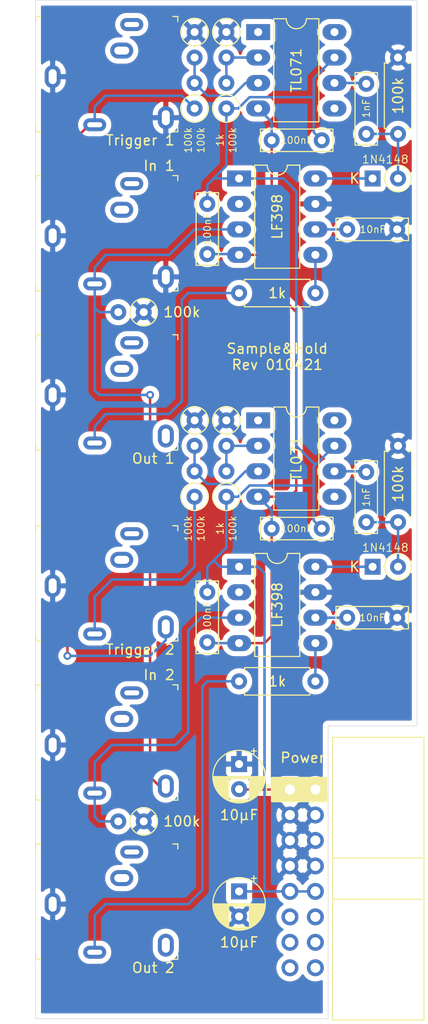
<source format=kicad_pcb>
(kicad_pcb (version 20171130) (host pcbnew "(5.1.10)-1")
  (layers (0 F.Cu signal) (31 B.Cu signal) (34 B.Paste user) (35 F.Paste user) (36 B.SilkS user) (37 F.SilkS user) (38 B.Mask user) (39 F.Mask user) (44 Edge.Cuts user))
  (net 0 "")
  (net 1 "Net-(C1-Pad2)")
  (net 2 "Net-(C1-Pad1)")
  (net 3 "Net-(C2-Pad2)")
  (net 4 "Net-(C2-Pad1)")
  (net 5 -12V)
  (net 6 +12V)
  (net 7 GND)
  (net 8 "Net-(C6-Pad1)")
  (net 9 "Net-(C7-Pad1)")
  (net 10 "Net-(D1-Pad1)")
  (net 11 "Net-(D2-Pad1)")
  (net 12 "Net-(J1-PadT)")
  (net 13 "Net-(J2-PadT)")
  (net 14 "Net-(J6-PadT)")
  (net 15 "Net-(J7-PadT)")
  (net 16 "Net-(R3-Pad2)")
  (net 17 "Net-(R4-Pad2)")
  (net 18 "Net-(R10-Pad2)")
  (net 19 "Net-(R13-Pad2)")
  (net 20 "Net-(R14-Pad2)")
  (net 21 "Net-(R7-Pad2)")
  (net 22 "Net-(J1-PadTN)")
  (net 23 "Net-(J2-PadTN)")
  (module Connector_Audio_PJSeries:PJ-324M-3 (layer F.Cu) (at 0 39.37)
    (fp_text reference J7 hide)
    (fp_text value "Out 1" (at 13.97 6.35) (layer F.SilkS) (effects (justify right)))
    (pad T thru_hole oval (at 5.9 4.8 90) (size 1.3 2.3) (drill oval 0.5 1.5) (layers *.Cu *.Mask) (net 15 "Net-(J7-PadT)"))
    (pad "" thru_hole oval (at 9.6 -5.2 90) (size 1.3 2.3) (drill oval 0.5 1.5) (layers *.Cu *.Mask))
    (pad "" thru_hole oval (at 8.6 -2.6 90) (size 1.6 2.3) (drill oval 0.8 1.5) (layers *.Cu *.Mask))
    (pad TN thru_hole oval (at 13 4.1) (size 1.6 2.3) (drill oval 0.8 1.5) (layers *.Cu *.Mask))
    (pad S thru_hole oval (at 1.7 0) (size 1.6 2.3) (drill oval 0.8 1.5) (layers *.Cu *.Mask) (net 7 GND))
  )
  (module Connector_Audio_PJSeries:PJ-324M-3 (layer F.Cu) (at 0 90.17)
    (fp_text reference J6 hide)
    (fp_text value "Out 2" (at 13.97 6.35) (layer F.SilkS) (effects (justify right)))
    (pad T thru_hole oval (at 5.9 4.8 90) (size 1.3 2.3) (drill oval 0.5 1.5) (layers *.Cu *.Mask) (net 14 "Net-(J6-PadT)"))
    (pad "" thru_hole oval (at 9.6 -5.2 90) (size 1.3 2.3) (drill oval 0.5 1.5) (layers *.Cu *.Mask))
    (pad "" thru_hole oval (at 8.6 -2.6 90) (size 1.6 2.3) (drill oval 0.8 1.5) (layers *.Cu *.Mask))
    (pad TN thru_hole oval (at 13 4.1) (size 1.6 2.3) (drill oval 0.8 1.5) (layers *.Cu *.Mask))
    (pad S thru_hole oval (at 1.7 0) (size 1.6 2.3) (drill oval 0.8 1.5) (layers *.Cu *.Mask) (net 7 GND))
  )
  (module Connector_Audio_PJSeries:PJ-324M-3 (layer F.Cu) (at 0 23.495)
    (fp_text reference J4 hide)
    (fp_text value "In 1" (at 13.97 -6.985) (layer F.SilkS) (effects (justify right)))
    (pad T thru_hole oval (at 5.9 4.8 90) (size 1.3 2.3) (drill oval 0.5 1.5) (layers *.Cu *.Mask) (net 23 "Net-(J2-PadTN)"))
    (pad "" thru_hole oval (at 9.6 -5.2 90) (size 1.3 2.3) (drill oval 0.5 1.5) (layers *.Cu *.Mask))
    (pad "" thru_hole oval (at 8.6 -2.6 90) (size 1.6 2.3) (drill oval 0.8 1.5) (layers *.Cu *.Mask))
    (pad TN thru_hole oval (at 13 4.1) (size 1.6 2.3) (drill oval 0.8 1.5) (layers *.Cu *.Mask) (net 7 GND))
    (pad S thru_hole oval (at 1.7 0) (size 1.6 2.3) (drill oval 0.8 1.5) (layers *.Cu *.Mask) (net 7 GND))
  )
  (module Connector_Audio_PJSeries:PJ-324M-3 (layer F.Cu) (at 0 7.62)
    (fp_text reference J3 hide)
    (fp_text value "Trigger 1" (at 13.97 6.35) (layer F.SilkS) (effects (justify right)))
    (pad T thru_hole oval (at 5.9 4.8 90) (size 1.3 2.3) (drill oval 0.5 1.5) (layers *.Cu *.Mask) (net 22 "Net-(J1-PadTN)"))
    (pad "" thru_hole oval (at 9.6 -5.2 90) (size 1.3 2.3) (drill oval 0.5 1.5) (layers *.Cu *.Mask))
    (pad "" thru_hole oval (at 8.6 -2.6 90) (size 1.6 2.3) (drill oval 0.8 1.5) (layers *.Cu *.Mask))
    (pad TN thru_hole oval (at 13 4.1) (size 1.6 2.3) (drill oval 0.8 1.5) (layers *.Cu *.Mask) (net 7 GND))
    (pad S thru_hole oval (at 1.7 0) (size 1.6 2.3) (drill oval 0.8 1.5) (layers *.Cu *.Mask) (net 7 GND))
  )
  (module Connector_Audio_PJSeries:PJ-324M-3 (layer F.Cu) (at 0 74.295)
    (fp_text reference J2 hide)
    (fp_text value "In 2" (at 13.97 -6.985) (layer F.SilkS) (effects (justify right)))
    (pad T thru_hole oval (at 5.9 4.8 90) (size 1.3 2.3) (drill oval 0.5 1.5) (layers *.Cu *.Mask) (net 13 "Net-(J2-PadT)"))
    (pad "" thru_hole oval (at 9.6 -5.2 90) (size 1.3 2.3) (drill oval 0.5 1.5) (layers *.Cu *.Mask))
    (pad "" thru_hole oval (at 8.6 -2.6 90) (size 1.6 2.3) (drill oval 0.8 1.5) (layers *.Cu *.Mask))
    (pad TN thru_hole oval (at 13 4.1) (size 1.6 2.3) (drill oval 0.8 1.5) (layers *.Cu *.Mask) (net 23 "Net-(J2-PadTN)"))
    (pad S thru_hole oval (at 1.7 0) (size 1.6 2.3) (drill oval 0.8 1.5) (layers *.Cu *.Mask) (net 7 GND))
  )
  (module Connector_Audio_PJSeries:PJ-324M-3 (layer F.Cu) (at 0 58.42)
    (fp_text reference J1 hide)
    (fp_text value "Trigger 2" (at 13.97 6.35) (layer F.SilkS) (effects (justify right)))
    (pad T thru_hole oval (at 5.9 4.8 90) (size 1.3 2.3) (drill oval 0.5 1.5) (layers *.Cu *.Mask) (net 12 "Net-(J1-PadT)"))
    (pad "" thru_hole oval (at 9.6 -5.2 90) (size 1.3 2.3) (drill oval 0.5 1.5) (layers *.Cu *.Mask))
    (pad "" thru_hole oval (at 8.6 -2.6 90) (size 1.6 2.3) (drill oval 0.8 1.5) (layers *.Cu *.Mask))
    (pad TN thru_hole oval (at 13 4.1) (size 1.6 2.3) (drill oval 0.8 1.5) (layers *.Cu *.Mask) (net 22 "Net-(J1-PadTN)"))
    (pad S thru_hole oval (at 1.7 0) (size 1.6 2.3) (drill oval 0.8 1.5) (layers *.Cu *.Mask) (net 7 GND))
  )
  (module Resistor_THT:R_Axial_DIN0207_L6.3mm_D2.5mm_P2.54mm_Vertical (layer F.Cu) (at 10.795 81.915 180)
    (fp_text reference R1 hide)
    (fp_text value 100k (at -3.81 0) (layer F.SilkS))
    (pad 2 thru_hole oval (at 2.54 0 180) (size 1.6 1.6) (drill 0.8) (layers *.Cu *.Mask) (net 13 "Net-(J2-PadT)"))
    (pad 1 thru_hole circle (at 0 0 180) (size 1.6 1.6) (drill 0.8) (layers *.Cu *.Mask) (net 7 GND))
  )
  (module Diode_THT:D_DO-35_SOD27_P2.54mm_Vertical_KathodeUp (layer F.Cu) (at 33.655 56.515)
    (fp_text reference D1 hide)
    (fp_text value 1N4148 (at 1.27 -1.905) (layer F.SilkS) (effects (font (size 0.8 0.8) (thickness 0.1))))
    (fp_text user K (at -1.8 0) (layer F.SilkS))
    (pad 2 thru_hole oval (at 2.54 0) (size 1.6 1.6) (drill 0.8) (layers *.Cu *.Mask) (net 2 "Net-(C1-Pad1)"))
    (pad 1 thru_hole rect (at 0 0) (size 1.6 1.6) (drill 0.8) (layers *.Cu *.Mask) (net 10 "Net-(D1-Pad1)"))
  )
  (module Resistor_THT:R_Axial_DIN0207_L6.3mm_D2.5mm_P2.54mm_Vertical (layer F.Cu) (at 19.05 41.91 270)
    (fp_text reference R8 hide)
    (fp_text value 1k (at 10.795 0.635 90) (layer F.SilkS) (effects (font (size 0.7 0.7) (thickness 0.1))))
    (pad 2 thru_hole oval (at 2.54 0 270) (size 1.6 1.6) (drill 0.8) (layers *.Cu *.Mask) (net 21 "Net-(R7-Pad2)"))
    (pad 1 thru_hole circle (at 0 0 270) (size 1.6 1.6) (drill 0.8) (layers *.Cu *.Mask) (net 7 GND))
  )
  (module Resistor_THT:R_Axial_DIN0207_L6.3mm_D2.5mm_P2.54mm_Vertical (layer F.Cu) (at 19.05 49.53 90)
    (fp_text reference R7 hide)
    (fp_text value 100k (at -3.175 0.635 90) (layer F.SilkS) (effects (font (size 0.7 0.7) (thickness 0.1))))
    (pad 2 thru_hole oval (at 2.54 0 90) (size 1.6 1.6) (drill 0.8) (layers *.Cu *.Mask) (net 21 "Net-(R7-Pad2)"))
    (pad 1 thru_hole circle (at 0 0 90) (size 1.6 1.6) (drill 0.8) (layers *.Cu *.Mask) (net 6 +12V))
  )
  (module Resistor_THT:R_Axial_DIN0207_L6.3mm_D2.5mm_P2.54mm_Vertical (layer F.Cu) (at 15.875 41.91 270)
    (fp_text reference R5 hide)
    (fp_text value 100k (at 10.795 0.635 90) (layer F.SilkS) (effects (font (size 0.7 0.7) (thickness 0.1))))
    (pad 2 thru_hole oval (at 2.54 0 270) (size 1.6 1.6) (drill 0.8) (layers *.Cu *.Mask) (net 16 "Net-(R3-Pad2)"))
    (pad 1 thru_hole circle (at 0 0 270) (size 1.6 1.6) (drill 0.8) (layers *.Cu *.Mask) (net 7 GND))
  )
  (module Resistor_THT:R_Axial_DIN0207_L6.3mm_D2.5mm_P2.54mm_Vertical (layer F.Cu) (at 15.875 49.53 90)
    (fp_text reference R3 hide)
    (fp_text value 100k (at -3.175 0.635 90) (layer F.SilkS) (effects (font (size 0.7 0.7) (thickness 0.1))))
    (pad 2 thru_hole oval (at 2.54 0 90) (size 1.6 1.6) (drill 0.8) (layers *.Cu *.Mask) (net 16 "Net-(R3-Pad2)"))
    (pad 1 thru_hole circle (at 0 0 90) (size 1.6 1.6) (drill 0.8) (layers *.Cu *.Mask) (net 12 "Net-(J1-PadT)"))
  )
  (module Diode_THT:D_DO-35_SOD27_P2.54mm_Vertical_KathodeUp (layer F.Cu) (at 33.655 17.78)
    (fp_text reference D2 hide)
    (fp_text value 1N4148 (at 1.27 -1.905) (layer F.SilkS) (effects (font (size 0.8 0.8) (thickness 0.1))))
    (fp_text user K (at -1.8 0) (layer F.SilkS))
    (pad 2 thru_hole oval (at 2.54 0) (size 1.6 1.6) (drill 0.8) (layers *.Cu *.Mask) (net 4 "Net-(C2-Pad1)"))
    (pad 1 thru_hole rect (at 0 0) (size 1.6 1.6) (drill 0.8) (layers *.Cu *.Mask) (net 11 "Net-(D2-Pad1)"))
  )
  (module Resistor_THT:R_Axial_DIN0207_L6.3mm_D2.5mm_P2.54mm_Vertical (layer F.Cu) (at 19.05 3.175 270)
    (fp_text reference R10 hide)
    (fp_text value 1k (at 10.795 0.635 90) (layer F.SilkS) (effects (font (size 0.7 0.7) (thickness 0.1))))
    (pad 2 thru_hole oval (at 2.54 0 270) (size 1.6 1.6) (drill 0.8) (layers *.Cu *.Mask) (net 18 "Net-(R10-Pad2)"))
    (pad 1 thru_hole circle (at 0 0 270) (size 1.6 1.6) (drill 0.8) (layers *.Cu *.Mask) (net 7 GND))
  )
  (module Resistor_THT:R_Axial_DIN0207_L6.3mm_D2.5mm_P2.54mm_Vertical (layer F.Cu) (at 19.05 10.795 90)
    (fp_text reference R9 hide)
    (fp_text value 100k (at -3.175 0.635 90) (layer F.SilkS) (effects (font (size 0.7 0.7) (thickness 0.1))))
    (pad 2 thru_hole oval (at 2.54 0 90) (size 1.6 1.6) (drill 0.8) (layers *.Cu *.Mask) (net 18 "Net-(R10-Pad2)"))
    (pad 1 thru_hole circle (at 0 0 90) (size 1.6 1.6) (drill 0.8) (layers *.Cu *.Mask) (net 6 +12V))
  )
  (module Resistor_THT:R_Axial_DIN0207_L6.3mm_D2.5mm_P2.54mm_Vertical (layer F.Cu) (at 10.795 31.115 180)
    (fp_text reference R2 hide)
    (fp_text value 100k (at -3.81 0) (layer F.SilkS))
    (pad 2 thru_hole oval (at 2.54 0 180) (size 1.6 1.6) (drill 0.8) (layers *.Cu *.Mask) (net 23 "Net-(J2-PadTN)"))
    (pad 1 thru_hole circle (at 0 0 180) (size 1.6 1.6) (drill 0.8) (layers *.Cu *.Mask) (net 7 GND))
  )
  (module Resistor_THT:R_Axial_DIN0207_L6.3mm_D2.5mm_P2.54mm_Vertical (layer F.Cu) (at 15.875 3.175 270)
    (fp_text reference R6 hide)
    (fp_text value 100k (at 10.795 -0.635 90) (layer F.SilkS) (effects (font (size 0.7 0.7) (thickness 0.1))))
    (pad 2 thru_hole oval (at 2.54 0 270) (size 1.6 1.6) (drill 0.8) (layers *.Cu *.Mask) (net 17 "Net-(R4-Pad2)"))
    (pad 1 thru_hole circle (at 0 0 270) (size 1.6 1.6) (drill 0.8) (layers *.Cu *.Mask) (net 7 GND))
  )
  (module Resistor_THT:R_Axial_DIN0207_L6.3mm_D2.5mm_P2.54mm_Vertical (layer F.Cu) (at 15.875 10.795 90)
    (fp_text reference R4 hide)
    (fp_text value 100k (at -3.175 -0.635 90) (layer F.SilkS) (effects (font (size 0.7 0.7) (thickness 0.1))))
    (pad 2 thru_hole oval (at 2.54 0 90) (size 1.6 1.6) (drill 0.8) (layers *.Cu *.Mask) (net 17 "Net-(R4-Pad2)"))
    (pad 1 thru_hole circle (at 0 0 90) (size 1.6 1.6) (drill 0.8) (layers *.Cu *.Mask) (net 22 "Net-(J1-PadTN)"))
  )
  (module Package_DIP:DIP-8_W7.62mm_LongPads (layer F.Cu) (at 22.225 3.175)
    (fp_text reference U4 hide)
    (fp_text value TL071 (at 3.81 3.81 90) (layer F.SilkS))
    (pad 8 thru_hole oval (at 7.62 0) (size 2.4 1.6) (drill 0.8) (layers *.Cu *.Mask))
    (pad 4 thru_hole oval (at 0 7.62) (size 2.4 1.6) (drill 0.8) (layers *.Cu *.Mask) (net 5 -12V))
    (pad 7 thru_hole oval (at 7.62 2.54) (size 2.4 1.6) (drill 0.8) (layers *.Cu *.Mask) (net 6 +12V))
    (pad 3 thru_hole oval (at 0 5.08) (size 2.4 1.6) (drill 0.8) (layers *.Cu *.Mask) (net 17 "Net-(R4-Pad2)"))
    (pad 6 thru_hole oval (at 7.62 5.08) (size 2.4 1.6) (drill 0.8) (layers *.Cu *.Mask) (net 3 "Net-(C2-Pad2)"))
    (pad 2 thru_hole oval (at 0 2.54) (size 2.4 1.6) (drill 0.8) (layers *.Cu *.Mask) (net 18 "Net-(R10-Pad2)"))
    (pad 5 thru_hole oval (at 7.62 7.62) (size 2.4 1.6) (drill 0.8) (layers *.Cu *.Mask))
    (pad 1 thru_hole rect (at 0 0) (size 2.4 1.6) (drill 0.8) (layers *.Cu *.Mask))
  )
  (module Package_DIP:DIP-8_W7.62mm_LongPads (layer F.Cu) (at 22.225 41.91)
    (fp_text reference U1 hide)
    (fp_text value TL071 (at 3.81 3.81 90) (layer F.SilkS))
    (pad 8 thru_hole oval (at 7.62 0) (size 2.4 1.6) (drill 0.8) (layers *.Cu *.Mask))
    (pad 4 thru_hole oval (at 0 7.62) (size 2.4 1.6) (drill 0.8) (layers *.Cu *.Mask) (net 5 -12V))
    (pad 7 thru_hole oval (at 7.62 2.54) (size 2.4 1.6) (drill 0.8) (layers *.Cu *.Mask) (net 6 +12V))
    (pad 3 thru_hole oval (at 0 5.08) (size 2.4 1.6) (drill 0.8) (layers *.Cu *.Mask) (net 16 "Net-(R3-Pad2)"))
    (pad 6 thru_hole oval (at 7.62 5.08) (size 2.4 1.6) (drill 0.8) (layers *.Cu *.Mask) (net 1 "Net-(C1-Pad2)"))
    (pad 2 thru_hole oval (at 0 2.54) (size 2.4 1.6) (drill 0.8) (layers *.Cu *.Mask) (net 21 "Net-(R7-Pad2)"))
    (pad 5 thru_hole oval (at 7.62 7.62) (size 2.4 1.6) (drill 0.8) (layers *.Cu *.Mask))
    (pad 1 thru_hole rect (at 0 0) (size 2.4 1.6) (drill 0.8) (layers *.Cu *.Mask))
  )
  (module Capacitor_THT:C_Rect_L7.0mm_W2.0mm_P5.00mm (layer F.Cu) (at 17.145 20.32 270)
    (fp_text reference C10 hide)
    (fp_text value 100nF (at 2.5 0 90) (layer F.SilkS) (effects (font (size 0.7 0.7) (thickness 0.1))))
    (pad 2 thru_hole circle (at 5 0 270) (size 1.6 1.6) (drill 0.8) (layers *.Cu *.Mask) (net 5 -12V))
    (pad 1 thru_hole circle (at 0 0 270) (size 1.6 1.6) (drill 0.8) (layers *.Cu *.Mask) (net 6 +12V))
  )
  (module Capacitor_THT:C_Rect_L7.0mm_W2.0mm_P5.00mm (layer F.Cu) (at 28.575 13.97 180)
    (fp_text reference C9 hide)
    (fp_text value 100nF (at 2.54 0) (layer F.SilkS) (effects (font (size 0.7 0.7) (thickness 0.1))))
    (pad 2 thru_hole circle (at 5 0 180) (size 1.6 1.6) (drill 0.8) (layers *.Cu *.Mask) (net 5 -12V))
    (pad 1 thru_hole circle (at 0 0 180) (size 1.6 1.6) (drill 0.8) (layers *.Cu *.Mask) (net 6 +12V))
  )
  (module Capacitor_THT:C_Rect_L7.0mm_W2.0mm_P5.00mm (layer F.Cu) (at 17.145 59.055 270)
    (fp_text reference C8 hide)
    (fp_text value 100nF (at 2.54 0 90) (layer F.SilkS) (effects (font (size 0.7 0.7) (thickness 0.1))))
    (pad 2 thru_hole circle (at 5 0 270) (size 1.6 1.6) (drill 0.8) (layers *.Cu *.Mask) (net 5 -12V))
    (pad 1 thru_hole circle (at 0 0 270) (size 1.6 1.6) (drill 0.8) (layers *.Cu *.Mask) (net 6 +12V))
  )
  (module Package_DIP:DIP-8_W7.62mm_LongPads (layer F.Cu) (at 20.32 17.78)
    (fp_text reference U3 hide)
    (fp_text value LF398 (at 3.81 3.81 90) (layer F.SilkS))
    (pad 8 thru_hole oval (at 7.62 0) (size 2.4 1.6) (drill 0.8) (layers *.Cu *.Mask) (net 11 "Net-(D2-Pad1)"))
    (pad 4 thru_hole oval (at 0 7.62) (size 2.4 1.6) (drill 0.8) (layers *.Cu *.Mask) (net 5 -12V))
    (pad 7 thru_hole oval (at 7.62 2.54) (size 2.4 1.6) (drill 0.8) (layers *.Cu *.Mask) (net 7 GND))
    (pad 3 thru_hole oval (at 0 5.08) (size 2.4 1.6) (drill 0.8) (layers *.Cu *.Mask) (net 23 "Net-(J2-PadTN)"))
    (pad 6 thru_hole oval (at 7.62 5.08) (size 2.4 1.6) (drill 0.8) (layers *.Cu *.Mask) (net 9 "Net-(C7-Pad1)"))
    (pad 2 thru_hole oval (at 0 2.54) (size 2.4 1.6) (drill 0.8) (layers *.Cu *.Mask))
    (pad 5 thru_hole oval (at 7.62 7.62) (size 2.4 1.6) (drill 0.8) (layers *.Cu *.Mask) (net 20 "Net-(R14-Pad2)"))
    (pad 1 thru_hole rect (at 0 0) (size 2.4 1.6) (drill 0.8) (layers *.Cu *.Mask) (net 6 +12V))
  )
  (module Package_DIP:DIP-8_W7.62mm_LongPads (layer F.Cu) (at 20.32 56.515)
    (fp_text reference U2 hide)
    (fp_text value LF398 (at 3.81 3.81 90) (layer F.SilkS))
    (pad 8 thru_hole oval (at 7.62 0) (size 2.4 1.6) (drill 0.8) (layers *.Cu *.Mask) (net 10 "Net-(D1-Pad1)"))
    (pad 4 thru_hole oval (at 0 7.62) (size 2.4 1.6) (drill 0.8) (layers *.Cu *.Mask) (net 5 -12V))
    (pad 7 thru_hole oval (at 7.62 2.54) (size 2.4 1.6) (drill 0.8) (layers *.Cu *.Mask) (net 7 GND))
    (pad 3 thru_hole oval (at 0 5.08) (size 2.4 1.6) (drill 0.8) (layers *.Cu *.Mask) (net 13 "Net-(J2-PadT)"))
    (pad 6 thru_hole oval (at 7.62 5.08) (size 2.4 1.6) (drill 0.8) (layers *.Cu *.Mask) (net 8 "Net-(C6-Pad1)"))
    (pad 2 thru_hole oval (at 0 2.54) (size 2.4 1.6) (drill 0.8) (layers *.Cu *.Mask))
    (pad 5 thru_hole oval (at 7.62 7.62) (size 2.4 1.6) (drill 0.8) (layers *.Cu *.Mask) (net 19 "Net-(R13-Pad2)"))
    (pad 1 thru_hole rect (at 0 0) (size 2.4 1.6) (drill 0.8) (layers *.Cu *.Mask) (net 6 +12V))
  )
  (module Resistor_THT:R_Axial_DIN0207_L6.3mm_D2.5mm_P7.62mm_Horizontal (layer F.Cu) (at 20.32 29.21)
    (fp_text reference R14 hide)
    (fp_text value 1k (at 3.81 0) (layer F.SilkS))
    (pad 2 thru_hole oval (at 7.62 0) (size 1.6 1.6) (drill 0.8) (layers *.Cu *.Mask) (net 20 "Net-(R14-Pad2)"))
    (pad 1 thru_hole circle (at 0 0) (size 1.6 1.6) (drill 0.8) (layers *.Cu *.Mask) (net 15 "Net-(J7-PadT)"))
  )
  (module Resistor_THT:R_Axial_DIN0207_L6.3mm_D2.5mm_P7.62mm_Horizontal (layer F.Cu) (at 20.32 67.945)
    (fp_text reference R13 hide)
    (fp_text value 1k (at 3.81 0) (layer F.SilkS))
    (pad 2 thru_hole oval (at 7.62 0) (size 1.6 1.6) (drill 0.8) (layers *.Cu *.Mask) (net 19 "Net-(R13-Pad2)"))
    (pad 1 thru_hole circle (at 0 0) (size 1.6 1.6) (drill 0.8) (layers *.Cu *.Mask) (net 14 "Net-(J6-PadT)"))
  )
  (module Resistor_THT:R_Axial_DIN0207_L6.3mm_D2.5mm_P7.62mm_Horizontal (layer F.Cu) (at 36.195 5.715 270)
    (fp_text reference R12 hide)
    (fp_text value 100k (at 3.81 0 90) (layer F.SilkS))
    (pad 2 thru_hole oval (at 7.62 0 270) (size 1.6 1.6) (drill 0.8) (layers *.Cu *.Mask) (net 4 "Net-(C2-Pad1)"))
    (pad 1 thru_hole circle (at 0 0 270) (size 1.6 1.6) (drill 0.8) (layers *.Cu *.Mask) (net 7 GND))
  )
  (module Resistor_THT:R_Axial_DIN0207_L6.3mm_D2.5mm_P7.62mm_Horizontal (layer F.Cu) (at 36.195 44.45 270)
    (fp_text reference R11 hide)
    (fp_text value 100k (at 3.81 0 90) (layer F.SilkS))
    (pad 2 thru_hole oval (at 7.62 0 270) (size 1.6 1.6) (drill 0.8) (layers *.Cu *.Mask) (net 2 "Net-(C1-Pad1)"))
    (pad 1 thru_hole circle (at 0 0 270) (size 1.6 1.6) (drill 0.8) (layers *.Cu *.Mask) (net 7 GND))
  )
  (module Connector_IDC:IDC-Header_2x08_P2.54mm_Horizontal (layer F.Cu) (at 25.4 78.74)
    (fp_text reference J5 hide)
    (fp_text value Power (at 1.27 -3.175) (layer F.SilkS))
    (pad 16 thru_hole circle (at 2.54 17.78) (size 1.7 1.7) (drill 1) (layers *.Cu *.Mask))
    (pad 14 thru_hole circle (at 2.54 15.24) (size 1.7 1.7) (drill 1) (layers *.Cu *.Mask))
    (pad 12 thru_hole circle (at 2.54 12.7) (size 1.7 1.7) (drill 1) (layers *.Cu *.Mask))
    (pad 10 thru_hole circle (at 2.54 10.16) (size 1.7 1.7) (drill 1) (layers *.Cu *.Mask) (net 6 +12V))
    (pad 8 thru_hole circle (at 2.54 7.62) (size 1.7 1.7) (drill 1) (layers *.Cu *.Mask) (net 7 GND))
    (pad 6 thru_hole circle (at 2.54 5.08) (size 1.7 1.7) (drill 1) (layers *.Cu *.Mask) (net 7 GND))
    (pad 4 thru_hole circle (at 2.54 2.54) (size 1.7 1.7) (drill 1) (layers *.Cu *.Mask) (net 7 GND))
    (pad 2 thru_hole circle (at 2.54 0) (size 1.7 1.7) (drill 1) (layers *.Cu *.Mask) (net 5 -12V))
    (pad 15 thru_hole circle (at 0 17.78) (size 1.7 1.7) (drill 1) (layers *.Cu *.Mask))
    (pad 13 thru_hole circle (at 0 15.24) (size 1.7 1.7) (drill 1) (layers *.Cu *.Mask))
    (pad 11 thru_hole circle (at 0 12.7) (size 1.7 1.7) (drill 1) (layers *.Cu *.Mask))
    (pad 9 thru_hole circle (at 0 10.16) (size 1.7 1.7) (drill 1) (layers *.Cu *.Mask) (net 6 +12V))
    (pad 7 thru_hole circle (at 0 7.62) (size 1.7 1.7) (drill 1) (layers *.Cu *.Mask) (net 7 GND))
    (pad 5 thru_hole circle (at 0 5.08) (size 1.7 1.7) (drill 1) (layers *.Cu *.Mask) (net 7 GND))
    (pad 3 thru_hole circle (at 0 2.54) (size 1.7 1.7) (drill 1) (layers *.Cu *.Mask) (net 7 GND))
    (pad 1 thru_hole roundrect (at 0 0) (size 1.7 1.7) (drill 1) (layers *.Cu *.Mask) (roundrect_rratio 0.1470588235294118) (net 5 -12V))
  )
  (module Capacitor_THT:C_Rect_L7.0mm_W2.0mm_P5.00mm (layer F.Cu) (at 31.115 22.86)
    (fp_text reference C7 hide)
    (fp_text value 10nF (at 2.54 0) (layer F.SilkS) (effects (font (size 0.7 0.7) (thickness 0.1))))
    (pad 2 thru_hole circle (at 5 0) (size 1.6 1.6) (drill 0.8) (layers *.Cu *.Mask) (net 7 GND))
    (pad 1 thru_hole circle (at 0 0) (size 1.6 1.6) (drill 0.8) (layers *.Cu *.Mask) (net 9 "Net-(C7-Pad1)"))
  )
  (module Capacitor_THT:C_Rect_L7.0mm_W2.0mm_P5.00mm (layer F.Cu) (at 31.115 61.595)
    (fp_text reference C6 hide)
    (fp_text value 10nF (at 2.5 0) (layer F.SilkS) (effects (font (size 0.7 0.7) (thickness 0.1))))
    (pad 2 thru_hole circle (at 5 0) (size 1.6 1.6) (drill 0.8) (layers *.Cu *.Mask) (net 7 GND))
    (pad 1 thru_hole circle (at 0 0) (size 1.6 1.6) (drill 0.8) (layers *.Cu *.Mask) (net 8 "Net-(C6-Pad1)"))
  )
  (module Capacitor_THT:CP_Radial_D5.0mm_P2.50mm (layer F.Cu) (at 20.32 76.2 270)
    (fp_text reference C5 hide)
    (fp_text value 10µF (at 5.08 0 180) (layer F.SilkS))
    (pad 2 thru_hole circle (at 2.5 0 270) (size 1.6 1.6) (drill 0.8) (layers *.Cu *.Mask) (net 5 -12V))
    (pad 1 thru_hole rect (at 0 0 270) (size 1.6 1.6) (drill 0.8) (layers *.Cu *.Mask) (net 7 GND))
  )
  (module Capacitor_THT:CP_Radial_D5.0mm_P2.50mm (layer F.Cu) (at 20.32 88.9 270)
    (fp_text reference C4 hide)
    (fp_text value 10µF (at 5.08 0 180) (layer F.SilkS))
    (pad 2 thru_hole circle (at 2.5 0 270) (size 1.6 1.6) (drill 0.8) (layers *.Cu *.Mask) (net 7 GND))
    (pad 1 thru_hole rect (at 0 0 270) (size 1.6 1.6) (drill 0.8) (layers *.Cu *.Mask) (net 6 +12V))
  )
  (module Capacitor_THT:C_Rect_L7.0mm_W2.0mm_P5.00mm (layer F.Cu) (at 28.575 52.705 180)
    (fp_text reference C3 hide)
    (fp_text value 100nF (at 2.54 0) (layer F.SilkS) (effects (font (size 0.7 0.7) (thickness 0.1))))
    (pad 2 thru_hole circle (at 5 0 180) (size 1.6 1.6) (drill 0.8) (layers *.Cu *.Mask) (net 5 -12V))
    (pad 1 thru_hole circle (at 0 0 180) (size 1.6 1.6) (drill 0.8) (layers *.Cu *.Mask) (net 6 +12V))
  )
  (module Capacitor_THT:C_Rect_L7.0mm_W2.0mm_P5.00mm (layer F.Cu) (at 33.02 13.335 90)
    (fp_text reference C2 hide)
    (fp_text value 1nF (at 2.54 0 90) (layer F.SilkS) (effects (font (size 0.7 0.7) (thickness 0.1))))
    (pad 2 thru_hole circle (at 5 0 90) (size 1.6 1.6) (drill 0.8) (layers *.Cu *.Mask) (net 3 "Net-(C2-Pad2)"))
    (pad 1 thru_hole circle (at 0 0 90) (size 1.6 1.6) (drill 0.8) (layers *.Cu *.Mask) (net 4 "Net-(C2-Pad1)"))
  )
  (module Capacitor_THT:C_Rect_L7.0mm_W2.0mm_P5.00mm (layer F.Cu) (at 33.02 52.07 90)
    (fp_text reference C1 hide)
    (fp_text value 1nF (at 2.5 0 90) (layer F.SilkS) (effects (font (size 0.7 0.7) (thickness 0.1))))
    (pad 2 thru_hole circle (at 5 0 90) (size 1.6 1.6) (drill 0.8) (layers *.Cu *.Mask) (net 1 "Net-(C1-Pad2)"))
    (pad 1 thru_hole circle (at 0 0 90) (size 1.6 1.6) (drill 0.8) (layers *.Cu *.Mask) (net 2 "Net-(C1-Pad1)"))
  )
  (gr_text "Sample&Hold\nRev 010421" (at 24.13 35.56) (layer F.SilkS) (effects (font (size 1 1))))
  (gr_line (start 29.21 72.39) (end 38.1 72.39) (layer Edge.Cuts) (width 0.05))
  (gr_line (start 29.21 101.6) (end 29.21 72.39) (layer Edge.Cuts) (width 0.05))
  (gr_line (start 0 101.6) (end 0 0) (layer Edge.Cuts) (width 0.05))
  (gr_line (start 29.21 101.6) (end 0 101.6) (layer Edge.Cuts) (width 0.05))
  (gr_line (start 38.1 0) (end 38.1 72.39) (layer Edge.Cuts) (width 0.05))
  (gr_line (start 0 0) (end 38.1 0) (layer Edge.Cuts) (width 0.05))
  (segment (start 32.94 46.99) (end 33.02 47.07) (width 0.25) (layer B.Cu) (net 1))
  (segment (start 29.845 46.99) (end 32.94 46.99) (width 0.25) (layer B.Cu) (net 1))
  (segment (start 33.02 52.07) (end 36.195 52.07) (width 0.25) (layer B.Cu) (net 2))
  (segment (start 36.195 52.07) (end 36.195 56.515) (width 0.25) (layer B.Cu) (net 2))
  (segment (start 32.94 8.255) (end 33.02 8.335) (width 0.25) (layer B.Cu) (net 3))
  (segment (start 29.845 8.255) (end 32.94 8.255) (width 0.25) (layer B.Cu) (net 3))
  (segment (start 33.02 13.335) (end 36.195 13.335) (width 0.25) (layer B.Cu) (net 4))
  (segment (start 36.195 13.335) (end 36.195 17.78) (width 0.25) (layer B.Cu) (net 4))
  (segment (start 20.24 25.32) (end 20.32 25.4) (width 0.25) (layer B.Cu) (net 5))
  (segment (start 17.145 25.32) (end 20.24 25.32) (width 0.25) (layer B.Cu) (net 5))
  (segment (start 23.575 12.145) (end 22.225 10.795) (width 0.25) (layer B.Cu) (net 5))
  (segment (start 23.575 13.97) (end 23.575 12.145) (width 0.25) (layer B.Cu) (net 5))
  (segment (start 17.225 64.135) (end 17.145 64.055) (width 0.25) (layer B.Cu) (net 5))
  (segment (start 20.32 64.135) (end 17.225 64.135) (width 0.25) (layer B.Cu) (net 5))
  (segment (start 23.575 50.88) (end 22.225 49.53) (width 0.25) (layer B.Cu) (net 5))
  (segment (start 23.575 52.705) (end 23.575 50.88) (width 0.25) (layer B.Cu) (net 5))
  (segment (start 23.575 13.97) (end 23.575 24.685) (width 0.25) (layer F.Cu) (net 5))
  (segment (start 22.86 25.4) (end 20.32 25.4) (width 0.25) (layer F.Cu) (net 5))
  (segment (start 23.575 24.685) (end 22.86 25.4) (width 0.25) (layer F.Cu) (net 5))
  (segment (start 23.575 24.685) (end 23.575 28.655) (width 0.25) (layer F.Cu) (net 5))
  (segment (start 23.575 28.655) (end 26.035 31.115) (width 0.25) (layer F.Cu) (net 5))
  (segment (start 26.035 31.115) (end 26.035 48.895) (width 0.25) (layer F.Cu) (net 5))
  (segment (start 25.4 49.53) (end 22.225 49.53) (width 0.25) (layer F.Cu) (net 5))
  (segment (start 26.035 48.895) (end 25.4 49.53) (width 0.25) (layer F.Cu) (net 5))
  (segment (start 23.575 52.705) (end 23.575 63.42) (width 0.25) (layer F.Cu) (net 5))
  (segment (start 22.86 64.135) (end 20.32 64.135) (width 0.25) (layer F.Cu) (net 5))
  (segment (start 23.575 63.42) (end 22.86 64.135) (width 0.25) (layer F.Cu) (net 5))
  (segment (start 22.86 64.135) (end 22.86 78.74) (width 0.25) (layer F.Cu) (net 5))
  (segment (start 20.36 78.74) (end 20.32 78.7) (width 0.25) (layer F.Cu) (net 5))
  (segment (start 22.86 78.74) (end 20.36 78.74) (width 0.25) (layer F.Cu) (net 5))
  (segment (start 22.86 78.74) (end 25.4 78.74) (width 0.25) (layer F.Cu) (net 5))
  (segment (start 25.4 78.74) (end 27.94 78.74) (width 0.25) (layer F.Cu) (net 5))
  (segment (start 20.32 17.78) (end 17.78 17.78) (width 0.25) (layer B.Cu) (net 6))
  (segment (start 17.145 18.415) (end 17.145 20.32) (width 0.25) (layer B.Cu) (net 6))
  (segment (start 17.78 17.78) (end 17.145 18.415) (width 0.25) (layer B.Cu) (net 6))
  (segment (start 19.05 16.51) (end 17.78 17.78) (width 0.25) (layer B.Cu) (net 6))
  (segment (start 19.05 10.795) (end 19.05 16.51) (width 0.25) (layer B.Cu) (net 6))
  (segment (start 27.775001 7.784999) (end 29.845 5.715) (width 0.25) (layer B.Cu) (net 6))
  (segment (start 28.575 13.97) (end 27.775001 13.170001) (width 0.25) (layer B.Cu) (net 6))
  (segment (start 27.754992 9.66999) (end 27.775001 9.689999) (width 0.25) (layer B.Cu) (net 6))
  (segment (start 21.359006 9.66999) (end 27.754992 9.66999) (width 0.25) (layer B.Cu) (net 6))
  (segment (start 20.233996 10.795) (end 21.359006 9.66999) (width 0.25) (layer B.Cu) (net 6))
  (segment (start 19.05 10.795) (end 20.233996 10.795) (width 0.25) (layer B.Cu) (net 6))
  (segment (start 27.775001 9.689999) (end 27.775001 7.784999) (width 0.25) (layer B.Cu) (net 6))
  (segment (start 27.775001 13.170001) (end 27.775001 9.689999) (width 0.25) (layer B.Cu) (net 6))
  (segment (start 19.05 54.61) (end 19.05 49.53) (width 0.25) (layer B.Cu) (net 6))
  (segment (start 17.145 59.055) (end 17.145 56.515) (width 0.25) (layer B.Cu) (net 6))
  (segment (start 18.415 56.515) (end 17.78 55.88) (width 0.25) (layer B.Cu) (net 6))
  (segment (start 20.32 56.515) (end 18.415 56.515) (width 0.25) (layer B.Cu) (net 6))
  (segment (start 17.78 55.88) (end 19.05 54.61) (width 0.25) (layer B.Cu) (net 6))
  (segment (start 17.145 56.515) (end 17.78 55.88) (width 0.25) (layer B.Cu) (net 6))
  (segment (start 28.575 52.705) (end 27.775001 51.905001) (width 0.25) (layer B.Cu) (net 6))
  (segment (start 21.359006 48.40499) (end 27.754992 48.40499) (width 0.25) (layer B.Cu) (net 6))
  (segment (start 27.754992 48.40499) (end 27.775001 48.424999) (width 0.25) (layer B.Cu) (net 6))
  (segment (start 20.233996 49.53) (end 21.359006 48.40499) (width 0.25) (layer B.Cu) (net 6))
  (segment (start 19.05 49.53) (end 20.233996 49.53) (width 0.25) (layer B.Cu) (net 6))
  (segment (start 27.775001 48.424999) (end 27.775001 46.519999) (width 0.25) (layer B.Cu) (net 6))
  (segment (start 27.775001 51.905001) (end 27.775001 48.424999) (width 0.25) (layer B.Cu) (net 6))
  (segment (start 20.32 56.515) (end 22.225 56.515) (width 0.25) (layer B.Cu) (net 6))
  (segment (start 22.225 56.515) (end 22.86 57.15) (width 0.25) (layer B.Cu) (net 6))
  (segment (start 22.86 57.15) (end 22.86 88.9) (width 0.25) (layer B.Cu) (net 6))
  (segment (start 22.86 88.9) (end 20.32 88.9) (width 0.25) (layer B.Cu) (net 6))
  (segment (start 22.86 88.9) (end 25.4 88.9) (width 0.25) (layer B.Cu) (net 6))
  (segment (start 25.4 88.9) (end 27.94 88.9) (width 0.25) (layer B.Cu) (net 6))
  (segment (start 20.32 17.78) (end 24.765 17.78) (width 0.25) (layer B.Cu) (net 6))
  (segment (start 24.765 17.78) (end 26.035 19.05) (width 0.25) (layer B.Cu) (net 6))
  (segment (start 26.035 44.45) (end 27.94 46.355) (width 0.25) (layer B.Cu) (net 6))
  (segment (start 26.035 19.05) (end 26.035 44.45) (width 0.25) (layer B.Cu) (net 6))
  (segment (start 27.94 46.355) (end 29.845 44.45) (width 0.25) (layer B.Cu) (net 6))
  (segment (start 27.775001 46.519999) (end 27.94 46.355) (width 0.25) (layer B.Cu) (net 6))
  (segment (start 31.115 61.595) (end 27.94 61.595) (width 0.25) (layer B.Cu) (net 8))
  (segment (start 27.94 22.86) (end 31.115 22.86) (width 0.25) (layer B.Cu) (net 9))
  (segment (start 33.655 56.515) (end 27.94 56.515) (width 0.25) (layer B.Cu) (net 10))
  (segment (start 27.94 17.78) (end 33.655 17.78) (width 0.25) (layer B.Cu) (net 11))
  (segment (start 5.9 63.22) (end 5.9 59.505) (width 0.25) (layer B.Cu) (net 12))
  (segment (start 5.9 59.505) (end 7.62 57.785) (width 0.25) (layer B.Cu) (net 12))
  (segment (start 7.62 57.785) (end 14.605 57.785) (width 0.25) (layer B.Cu) (net 12))
  (segment (start 15.875 56.515) (end 15.875 49.53) (width 0.25) (layer B.Cu) (net 12))
  (segment (start 14.605 57.785) (end 15.875 56.515) (width 0.25) (layer B.Cu) (net 12))
  (segment (start 16.51 61.595) (end 20.32 61.595) (width 0.25) (layer B.Cu) (net 13))
  (segment (start 13.97 74.295) (end 15.24 73.025) (width 0.25) (layer B.Cu) (net 13))
  (segment (start 15.24 73.025) (end 15.24 62.865) (width 0.25) (layer B.Cu) (net 13))
  (segment (start 7.62 74.295) (end 13.97 74.295) (width 0.25) (layer B.Cu) (net 13))
  (segment (start 5.9 76.015) (end 7.62 74.295) (width 0.25) (layer B.Cu) (net 13))
  (segment (start 15.24 62.865) (end 16.51 61.595) (width 0.25) (layer B.Cu) (net 13))
  (segment (start 5.9 79.095) (end 5.9 76.015) (width 0.25) (layer B.Cu) (net 13))
  (segment (start 8.255 81.915) (end 6.35 81.915) (width 0.25) (layer B.Cu) (net 13))
  (segment (start 5.9 81.465) (end 5.9 79.095) (width 0.25) (layer B.Cu) (net 13))
  (segment (start 6.35 81.915) (end 5.9 81.465) (width 0.25) (layer B.Cu) (net 13))
  (segment (start 20.32 67.945) (end 17.145 67.945) (width 0.25) (layer B.Cu) (net 14))
  (segment (start 16.654999 68.435001) (end 16.654999 88.755001) (width 0.25) (layer B.Cu) (net 14))
  (segment (start 17.145 67.945) (end 16.654999 68.435001) (width 0.25) (layer B.Cu) (net 14))
  (segment (start 16.654999 88.755001) (end 15.24 90.17) (width 0.25) (layer B.Cu) (net 14))
  (segment (start 15.24 90.17) (end 6.985 90.17) (width 0.25) (layer B.Cu) (net 14))
  (segment (start 5.9 91.255) (end 5.9 94.97) (width 0.25) (layer B.Cu) (net 14))
  (segment (start 6.985 90.17) (end 5.9 91.255) (width 0.25) (layer B.Cu) (net 14))
  (segment (start 5.9 42.545) (end 5.9 44.17) (width 0.25) (layer B.Cu) (net 15))
  (segment (start 6.985 41.275) (end 5.9 42.545) (width 0.25) (layer B.Cu) (net 15))
  (segment (start 14.605 40.005) (end 13.335 41.275) (width 0.25) (layer B.Cu) (net 15))
  (segment (start 14.605 29.845) (end 14.605 40.005) (width 0.25) (layer B.Cu) (net 15))
  (segment (start 15.24 29.21) (end 14.605 29.845) (width 0.25) (layer B.Cu) (net 15))
  (segment (start 13.335 41.275) (end 6.985 41.275) (width 0.25) (layer B.Cu) (net 15))
  (segment (start 20.32 29.21) (end 15.24 29.21) (width 0.25) (layer B.Cu) (net 15))
  (segment (start 15.875 44.45) (end 15.875 46.99) (width 0.25) (layer B.Cu) (net 16))
  (segment (start 15.875 46.99) (end 17.145 48.26) (width 0.25) (layer B.Cu) (net 16))
  (segment (start 17.145 48.26) (end 19.685 48.26) (width 0.25) (layer B.Cu) (net 16))
  (segment (start 20.955 46.99) (end 22.225 46.99) (width 0.25) (layer B.Cu) (net 16))
  (segment (start 19.685 48.26) (end 20.955 46.99) (width 0.25) (layer B.Cu) (net 16))
  (segment (start 15.875 5.715) (end 15.875 8.255) (width 0.25) (layer B.Cu) (net 17))
  (segment (start 15.875 8.255) (end 17.145 9.525) (width 0.25) (layer B.Cu) (net 17))
  (segment (start 17.145 9.525) (end 19.685 9.525) (width 0.25) (layer B.Cu) (net 17))
  (segment (start 20.955 8.255) (end 22.225 8.255) (width 0.25) (layer B.Cu) (net 17))
  (segment (start 19.685 9.525) (end 20.955 8.255) (width 0.25) (layer B.Cu) (net 17))
  (segment (start 19.05 8.255) (end 19.05 5.715) (width 0.25) (layer B.Cu) (net 18))
  (segment (start 19.05 5.715) (end 22.225 5.715) (width 0.25) (layer B.Cu) (net 18))
  (segment (start 27.94 67.945) (end 27.94 64.135) (width 0.25) (layer B.Cu) (net 19))
  (segment (start 27.94 25.4) (end 27.94 29.21) (width 0.25) (layer B.Cu) (net 20))
  (segment (start 19.05 46.99) (end 19.05 44.45) (width 0.25) (layer B.Cu) (net 21))
  (segment (start 19.05 44.45) (end 22.225 44.45) (width 0.25) (layer B.Cu) (net 21))
  (segment (start 14.605 9.525) (end 15.875 10.795) (width 0.25) (layer B.Cu) (net 22))
  (segment (start 6.985 9.525) (end 14.605 9.525) (width 0.25) (layer B.Cu) (net 22))
  (segment (start 5.9 10.61) (end 6.985 9.525) (width 0.25) (layer B.Cu) (net 22))
  (segment (start 5.9 12.42) (end 5.9 10.61) (width 0.25) (layer B.Cu) (net 22))
  (segment (start 3.175 14.605) (end 3.175 65.405) (width 0.25) (layer F.Cu) (net 22))
  (segment (start 5.36 12.42) (end 3.175 14.605) (width 0.25) (layer F.Cu) (net 22))
  (segment (start 5.9 12.42) (end 5.36 12.42) (width 0.25) (layer F.Cu) (net 22))
  (segment (start 3.175 65.405) (end 3.175 65.405) (width 0.25) (layer F.Cu) (net 22))
  (via (at 3.175 65.405) (size 0.8) (drill 0.4) (layers F.Cu B.Cu) (net 22))
  (segment (start 3.175 65.405) (end 11.43 65.405) (width 0.25) (layer B.Cu) (net 22))
  (segment (start 13 63.835) (end 13 62.52) (width 0.25) (layer B.Cu) (net 22))
  (segment (start 11.43 65.405) (end 13 63.835) (width 0.25) (layer B.Cu) (net 22))
  (segment (start 5.9 26.67) (end 5.9 28.295) (width 0.25) (layer B.Cu) (net 23))
  (segment (start 6.985 25.4) (end 5.9 26.67) (width 0.25) (layer B.Cu) (net 23))
  (segment (start 13.335 25.4) (end 6.985 25.4) (width 0.25) (layer B.Cu) (net 23))
  (segment (start 15.875 22.86) (end 13.335 25.4) (width 0.25) (layer B.Cu) (net 23))
  (segment (start 20.32 22.86) (end 15.875 22.86) (width 0.25) (layer B.Cu) (net 23))
  (segment (start 5.9 30.665) (end 5.9 28.295) (width 0.25) (layer B.Cu) (net 23))
  (segment (start 6.35 31.115) (end 5.9 30.665) (width 0.25) (layer B.Cu) (net 23))
  (segment (start 8.255 31.115) (end 6.35 31.115) (width 0.25) (layer B.Cu) (net 23))
  (segment (start 5.9 30.665) (end 5.9 38.92) (width 0.25) (layer B.Cu) (net 23))
  (segment (start 5.9 38.92) (end 6.35 39.37) (width 0.25) (layer B.Cu) (net 23))
  (segment (start 6.35 39.37) (end 11.43 39.37) (width 0.25) (layer B.Cu) (net 23))
  (segment (start 11.43 39.37) (end 11.43 39.37) (width 0.25) (layer B.Cu) (net 23))
  (via (at 11.43 39.37) (size 0.8) (drill 0.4) (layers F.Cu B.Cu) (net 23))
  (segment (start 11.43 77.47) (end 12.355 78.395) (width 0.25) (layer F.Cu) (net 23))
  (segment (start 12.355 78.395) (end 13 78.395) (width 0.25) (layer F.Cu) (net 23))
  (segment (start 11.43 39.37) (end 11.43 77.47) (width 0.25) (layer F.Cu) (net 23))
  (zone (net 7) (net_name GND) (layer F.Cu) (connect_pads (clearance 0.508)) (min_thickness 0.254) (fill yes (arc_segments 32) (thermal_gap 0.508) (thermal_bridge_width 0.508))
    (polygon (pts (xy 38.1 72.39) (xy 29.21 72.39) (xy 29.21 101.6) (xy 0 101.6) (xy 0 0) (xy 38.1 0)))
  )
  (zone (net 7) (net_name GND) (layer B.Cu) (connect_pads (clearance 0.508)) (min_thickness 0.254) (fill yes (arc_segments 32) (thermal_gap 0.508) (thermal_bridge_width 0.508))
    (polygon (pts (xy 38.1 72.39) (xy 29.21 72.39) (xy 29.21 101.6) (xy 0 101.6) (xy 0 0) (xy 38.1 0)))
  )
  (zone (net 0) (net_name "") (layer F.SilkS) (connect_pads (clearance 0.508)) (min_thickness 0.254) (fill yes (arc_segments 32) (thermal_gap 0.508) (thermal_bridge_width 0.508))
    (polygon (pts (xy 29.21 80.01) (xy 23.495 80.01) (xy 23.495 77.47) (xy 29.21 77.47)))
  )
)
</source>
